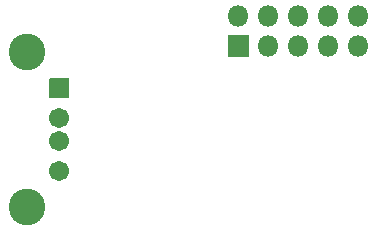
<source format=gbr>
G04 #@! TF.GenerationSoftware,KiCad,Pcbnew,5.1.9-73d0e3b20d~88~ubuntu20.04.1*
G04 #@! TF.CreationDate,2021-01-20T21:34:12+07:00*
G04 #@! TF.ProjectId,ch340G_uploader,63683334-3047-45f7-9570-6c6f61646572,rev?*
G04 #@! TF.SameCoordinates,Original*
G04 #@! TF.FileFunction,Soldermask,Bot*
G04 #@! TF.FilePolarity,Negative*
%FSLAX46Y46*%
G04 Gerber Fmt 4.6, Leading zero omitted, Abs format (unit mm)*
G04 Created by KiCad (PCBNEW 5.1.9-73d0e3b20d~88~ubuntu20.04.1) date 2021-01-20 21:34:12*
%MOMM*%
%LPD*%
G01*
G04 APERTURE LIST*
%ADD10C,1.702000*%
%ADD11C,3.102000*%
%ADD12O,1.802000X1.802000*%
G04 APERTURE END LIST*
D10*
X121996200Y-76418200D03*
X121996200Y-73918200D03*
X121996200Y-71918200D03*
G36*
G01*
X121196200Y-68567200D02*
X122796200Y-68567200D01*
G75*
G02*
X122847200Y-68618200I0J-51000D01*
G01*
X122847200Y-70218200D01*
G75*
G02*
X122796200Y-70269200I-51000J0D01*
G01*
X121196200Y-70269200D01*
G75*
G02*
X121145200Y-70218200I0J51000D01*
G01*
X121145200Y-68618200D01*
G75*
G02*
X121196200Y-68567200I51000J0D01*
G01*
G37*
D11*
X119286200Y-66348200D03*
X119286200Y-79488200D03*
D12*
X147320000Y-63309500D03*
X147320000Y-65849500D03*
X144780000Y-63309500D03*
X144780000Y-65849500D03*
X142240000Y-63309500D03*
X142240000Y-65849500D03*
X139700000Y-63309500D03*
X139700000Y-65849500D03*
X137160000Y-63309500D03*
G36*
G01*
X138010000Y-66750500D02*
X136310000Y-66750500D01*
G75*
G02*
X136259000Y-66699500I0J51000D01*
G01*
X136259000Y-64999500D01*
G75*
G02*
X136310000Y-64948500I51000J0D01*
G01*
X138010000Y-64948500D01*
G75*
G02*
X138061000Y-64999500I0J-51000D01*
G01*
X138061000Y-66699500D01*
G75*
G02*
X138010000Y-66750500I-51000J0D01*
G01*
G37*
M02*

</source>
